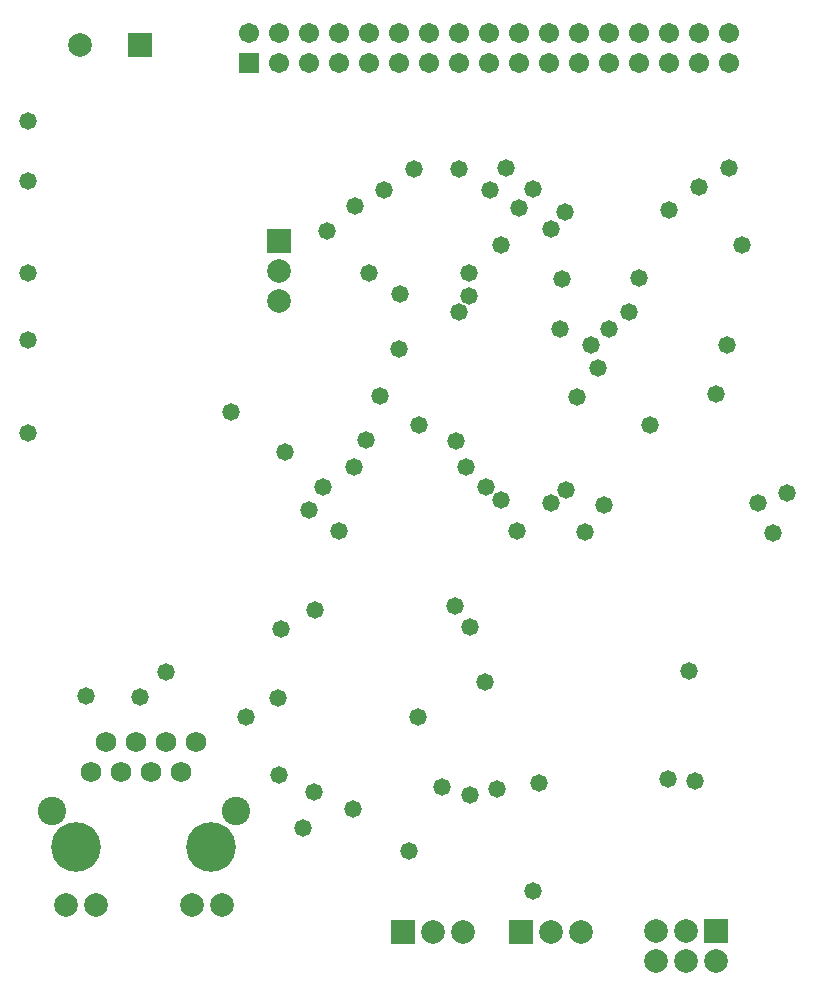
<source format=gbs>
G04*
G04 #@! TF.GenerationSoftware,Altium Limited,Altium Designer,19.0.9 (268)*
G04*
G04 Layer_Color=16711935*
%FSLAX25Y25*%
%MOIN*%
G70*
G01*
G75*
%ADD23C,0.07887*%
%ADD24R,0.07887X0.07887*%
%ADD25C,0.06706*%
%ADD26R,0.06706X0.06706*%
%ADD27R,0.07887X0.07887*%
%ADD28C,0.16548*%
%ADD29C,0.09461*%
%ADD30C,0.06800*%
%ADD31C,0.05800*%
D23*
X72244Y-311732D02*
D03*
X25000Y-25000D02*
D03*
X152480Y-320866D02*
D03*
X142480Y-320866D02*
D03*
X191850Y-320669D02*
D03*
X181850Y-320670D02*
D03*
X216890Y-330630D02*
D03*
X226890D02*
D03*
X236890D02*
D03*
X216890Y-320630D02*
D03*
X226890Y-320630D02*
D03*
X91299Y-100551D02*
D03*
X91299Y-110551D02*
D03*
X62244Y-311732D02*
D03*
X20079D02*
D03*
X30079D02*
D03*
D24*
X45000Y-25000D02*
D03*
X132480Y-320866D02*
D03*
X171850Y-320670D02*
D03*
X236890Y-320630D02*
D03*
D25*
X241299Y-21299D02*
D03*
Y-31299D02*
D03*
X231299Y-21299D02*
D03*
Y-31299D02*
D03*
X221299Y-21299D02*
D03*
Y-31299D02*
D03*
X211299Y-21299D02*
D03*
Y-31299D02*
D03*
X201299Y-21299D02*
D03*
Y-31299D02*
D03*
X191299Y-21299D02*
D03*
Y-31299D02*
D03*
X181299Y-21299D02*
D03*
Y-31299D02*
D03*
X171299Y-21299D02*
D03*
Y-31299D02*
D03*
X161299Y-21299D02*
D03*
Y-31299D02*
D03*
X151299Y-21299D02*
D03*
Y-31299D02*
D03*
X141299Y-21299D02*
D03*
Y-31299D02*
D03*
X131299Y-21299D02*
D03*
Y-31299D02*
D03*
X121299Y-21299D02*
D03*
Y-31299D02*
D03*
X111299Y-21299D02*
D03*
Y-31299D02*
D03*
X101299Y-21299D02*
D03*
Y-31299D02*
D03*
X91299Y-21299D02*
D03*
Y-31299D02*
D03*
X81299Y-21299D02*
D03*
D26*
Y-31299D02*
D03*
D27*
X91299Y-90551D02*
D03*
D28*
X68662Y-292441D02*
D03*
X23662D02*
D03*
D29*
X76772Y-280433D02*
D03*
X15669D02*
D03*
D30*
X43642Y-257441D02*
D03*
X33642D02*
D03*
X53642D02*
D03*
X63642D02*
D03*
X58642Y-267441D02*
D03*
X48642D02*
D03*
X28642D02*
D03*
X38642D02*
D03*
D31*
X260630Y-174409D02*
D03*
X255905Y-187795D02*
D03*
X250787Y-177953D02*
D03*
X137402Y-249213D02*
D03*
X45000Y-242520D02*
D03*
X90945Y-242913D02*
D03*
X155000Y-219291D02*
D03*
X149849Y-212205D02*
D03*
X103150Y-213386D02*
D03*
X159843Y-237402D02*
D03*
X75197Y-147638D02*
D03*
X91732Y-219685D02*
D03*
X53543Y-234252D02*
D03*
X26772Y-242126D02*
D03*
X91299Y-268504D02*
D03*
X145669Y-272441D02*
D03*
X102756Y-274016D02*
D03*
X155000Y-275197D02*
D03*
X163779Y-273228D02*
D03*
X134449Y-293701D02*
D03*
X177756Y-271260D02*
D03*
X175984Y-307087D02*
D03*
X227756Y-233858D02*
D03*
X229921Y-270472D02*
D03*
X99213Y-286221D02*
D03*
X220866Y-269685D02*
D03*
X115748Y-279921D02*
D03*
X195286Y-125197D02*
D03*
X184868Y-119685D02*
D03*
X201181D02*
D03*
X185433Y-103150D02*
D03*
X211299Y-102756D02*
D03*
X186614Y-80709D02*
D03*
X221260Y-80315D02*
D03*
X175984Y-73189D02*
D03*
X231299Y-72441D02*
D03*
X166929Y-66142D02*
D03*
X241299D02*
D03*
X116142Y-165748D02*
D03*
X153543D02*
D03*
X116535Y-78740D02*
D03*
X171260Y-79528D02*
D03*
X107087Y-87008D02*
D03*
X181890Y-86614D02*
D03*
X150356Y-157087D02*
D03*
X207874Y-114173D02*
D03*
X151181D02*
D03*
X214961Y-151969D02*
D03*
X137795D02*
D03*
X120079Y-156693D02*
D03*
X124803Y-142058D02*
D03*
X126378Y-73622D02*
D03*
X161417D02*
D03*
X121260Y-101181D02*
D03*
X154724Y-101181D02*
D03*
Y-108661D02*
D03*
X131496Y-108268D02*
D03*
X136221Y-66535D02*
D03*
X151181D02*
D03*
X190551Y-142638D02*
D03*
X236890Y-141339D02*
D03*
X197638Y-132677D02*
D03*
X240551Y-125197D02*
D03*
X245669Y-91732D02*
D03*
X93307Y-160827D02*
D03*
X131299Y-126575D02*
D03*
X181850Y-177953D02*
D03*
X187008Y-173622D02*
D03*
X193307Y-187402D02*
D03*
X199606Y-178346D02*
D03*
X170669Y-187008D02*
D03*
X111299D02*
D03*
X105906Y-172441D02*
D03*
X160236D02*
D03*
X165354Y-176772D02*
D03*
X101299Y-180315D02*
D03*
X80256Y-249213D02*
D03*
X165150Y-91732D02*
D03*
X7598Y-154331D02*
D03*
Y-123622D02*
D03*
Y-101181D02*
D03*
Y-70472D02*
D03*
Y-50354D02*
D03*
M02*

</source>
